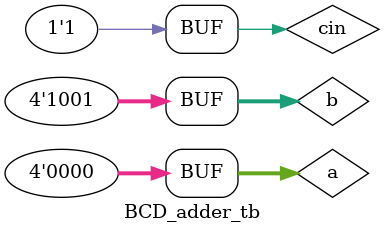
<source format=v>
module BCD_adder(s, cout, a, b, cin);
input [3:0]a,b;
input cin;
output [3:0]s;
output cout;
wire [3:0]z, p;
wire c1, c2, c3, c4;

Four_bit_full_adder FBFA(z, c1, a, b, cin);
and(c2, z[3], z[2]);
and(c3, z[3], z[1]);
or(cout, c1, c2, c3);
buf(p[0], 1'b0);
buf(p[1], cout);
buf(p[2], cout);
buf(p[3], 1'b0);
Four_bit_full_adder FBFA1(s, c4, z, p, 1'b0);

endmodule 

module BCD_adder_tb();
reg [3:0] a, b;
reg cin;
wire [3:0]s;
wire cout;
BCD_adder BCD(s, cout, a, b, cin);
initial begin
a=4'b0011; b=4'b0100; cin=1'b0; #50;
a=4'b0111; b=4'b1000; cin=1'b0; #50;
a=4'b0011; b=4'b0100; cin=1'b1; #50;
a=4'b0000; b=4'b1001; cin=1'b1; #50;
end 
endmodule


</source>
